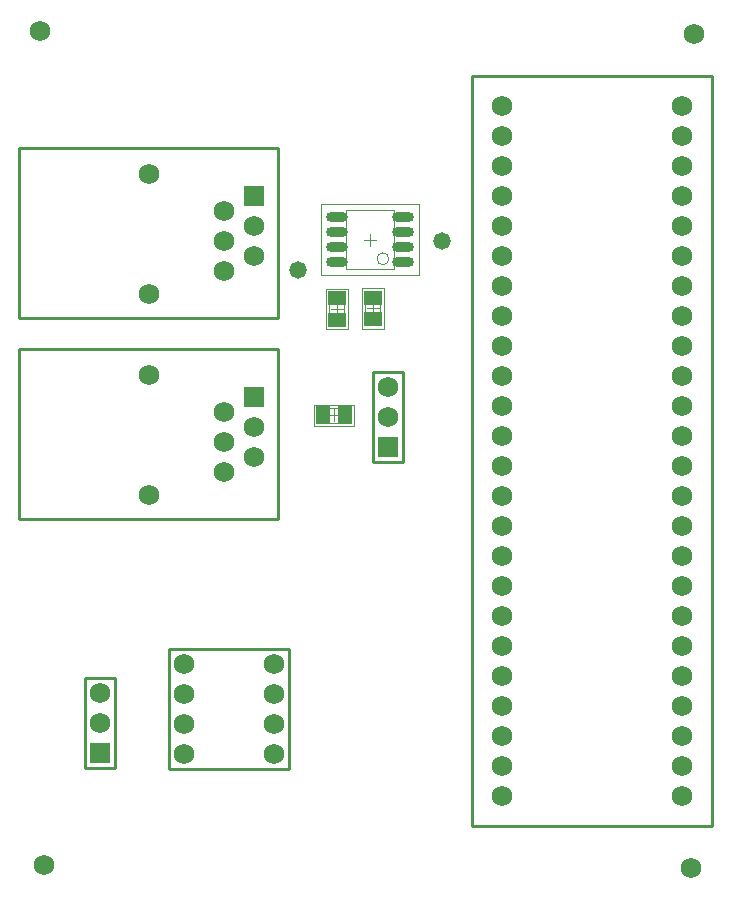
<source format=gts>
G04*
G04 #@! TF.GenerationSoftware,Altium Limited,Altium Designer,19.1.8 (144)*
G04*
G04 Layer_Color=8388736*
%FSLAX25Y25*%
%MOIN*%
G70*
G01*
G75*
%ADD12C,0.01000*%
%ADD14C,0.00394*%
%ADD15C,0.00197*%
%ADD20R,0.04934X0.05918*%
%ADD21R,0.06312X0.04934*%
%ADD22R,0.05918X0.04934*%
%ADD23O,0.07296X0.03359*%
%ADD24C,0.06800*%
%ADD25R,0.06800X0.06800*%
%ADD26C,0.05800*%
D12*
X157000Y26500D02*
Y276500D01*
Y26500D02*
X237000D01*
Y276500D01*
X157000D02*
X237000D01*
X124000Y178000D02*
X134000D01*
X124000Y147999D02*
Y178000D01*
Y147999D02*
X134000D01*
Y178000D01*
X38000Y45999D02*
Y76000D01*
X28000Y45999D02*
X38000D01*
X28000D02*
Y76000D01*
X38000D01*
X96000Y45500D02*
Y85500D01*
X56000Y45500D02*
X96000D01*
X56000D02*
Y85500D01*
X96000D01*
X6000Y252500D02*
X50000D01*
X6000Y196000D02*
Y252500D01*
Y196000D02*
X92500D01*
Y252500D01*
X49500D02*
X92500D01*
X6000Y185500D02*
X50000D01*
X6000Y129000D02*
Y185500D01*
Y129000D02*
X92500D01*
Y185500D01*
X49500D02*
X92500D01*
D14*
X129299Y215701D02*
G03*
X129299Y215701I-1969J0D01*
G01*
X106909Y161020D02*
X115374D01*
X106909Y165980D02*
X115374D01*
Y161020D02*
Y165980D01*
X106909Y161020D02*
Y165980D01*
X121520Y203374D02*
X126480D01*
X121520Y194909D02*
X126480D01*
Y203374D01*
X121520Y194909D02*
Y203374D01*
X114480Y194768D02*
Y203232D01*
X109520Y194768D02*
Y203232D01*
X114480D01*
X109520Y194768D02*
X114480D01*
X115126Y231842D02*
X130874D01*
X115126Y212158D02*
X130874D01*
X115126D02*
Y231842D01*
X130874Y212158D02*
Y231842D01*
X111142Y161531D02*
Y165469D01*
X109173Y163500D02*
X113110D01*
X124000Y197173D02*
Y201110D01*
X122031Y199142D02*
X125969D01*
X110031Y199000D02*
X113969D01*
X112000Y197031D02*
Y200969D01*
X123000Y220031D02*
Y223969D01*
X121031Y222000D02*
X124969D01*
D15*
X104449Y159957D02*
X117835D01*
X104449Y167043D02*
X117835D01*
Y159957D02*
Y167043D01*
X104449Y159957D02*
Y167043D01*
X120260Y205835D02*
X127740D01*
X120260Y192449D02*
X127740D01*
Y205835D01*
X120260Y192449D02*
Y205835D01*
X115543Y192307D02*
Y205693D01*
X108457Y192307D02*
Y205693D01*
X115543D01*
X108457Y192307D02*
X115543D01*
X106661Y233811D02*
X139339D01*
X106661Y210189D02*
X139339D01*
X106661D02*
Y233811D01*
X139339Y210189D02*
Y233811D01*
D20*
X114784Y163500D02*
D03*
X107500D02*
D03*
D21*
X124000Y202783D02*
D03*
Y195500D02*
D03*
D22*
X112000Y202642D02*
D03*
Y195358D02*
D03*
D23*
X111878Y229500D02*
D03*
Y224500D02*
D03*
Y219500D02*
D03*
Y214500D02*
D03*
X134122Y229500D02*
D03*
Y224500D02*
D03*
Y219500D02*
D03*
Y214500D02*
D03*
D24*
X227000Y106500D02*
D03*
Y116500D02*
D03*
Y126500D02*
D03*
Y266500D02*
D03*
Y256500D02*
D03*
Y246500D02*
D03*
X167000Y126500D02*
D03*
X227000Y96500D02*
D03*
Y86500D02*
D03*
Y76500D02*
D03*
Y66500D02*
D03*
Y56500D02*
D03*
Y46500D02*
D03*
Y36500D02*
D03*
X167000D02*
D03*
Y46500D02*
D03*
Y56500D02*
D03*
Y66500D02*
D03*
Y76500D02*
D03*
Y86500D02*
D03*
Y96500D02*
D03*
Y106500D02*
D03*
Y116500D02*
D03*
X227000Y236500D02*
D03*
Y226500D02*
D03*
Y216500D02*
D03*
Y206500D02*
D03*
Y196500D02*
D03*
Y186500D02*
D03*
Y176500D02*
D03*
Y166500D02*
D03*
Y156500D02*
D03*
Y146500D02*
D03*
Y136500D02*
D03*
X167000D02*
D03*
Y146500D02*
D03*
Y156500D02*
D03*
Y166500D02*
D03*
Y176500D02*
D03*
Y186500D02*
D03*
Y196500D02*
D03*
Y206500D02*
D03*
Y216500D02*
D03*
Y226500D02*
D03*
Y236500D02*
D03*
Y246500D02*
D03*
Y256500D02*
D03*
Y266500D02*
D03*
X129000Y163000D02*
D03*
Y173000D02*
D03*
X33000Y71000D02*
D03*
Y61000D02*
D03*
X91000Y50500D02*
D03*
Y60500D02*
D03*
Y70500D02*
D03*
Y80500D02*
D03*
X61000D02*
D03*
Y70500D02*
D03*
Y60500D02*
D03*
Y50500D02*
D03*
X74500Y211500D02*
D03*
Y221500D02*
D03*
Y231500D02*
D03*
X84500Y216500D02*
D03*
Y226500D02*
D03*
X49500Y204000D02*
D03*
Y244000D02*
D03*
X74500Y144500D02*
D03*
Y154500D02*
D03*
Y164500D02*
D03*
X84500Y149500D02*
D03*
Y159500D02*
D03*
X49500Y137000D02*
D03*
Y177000D02*
D03*
X230000Y12500D02*
D03*
X14500Y13500D02*
D03*
X13000Y291500D02*
D03*
X231000Y290500D02*
D03*
D25*
X129000Y153000D02*
D03*
X33000Y51000D02*
D03*
X84500Y236500D02*
D03*
Y169500D02*
D03*
D26*
X99000Y212000D02*
D03*
X147000Y221500D02*
D03*
M02*

</source>
